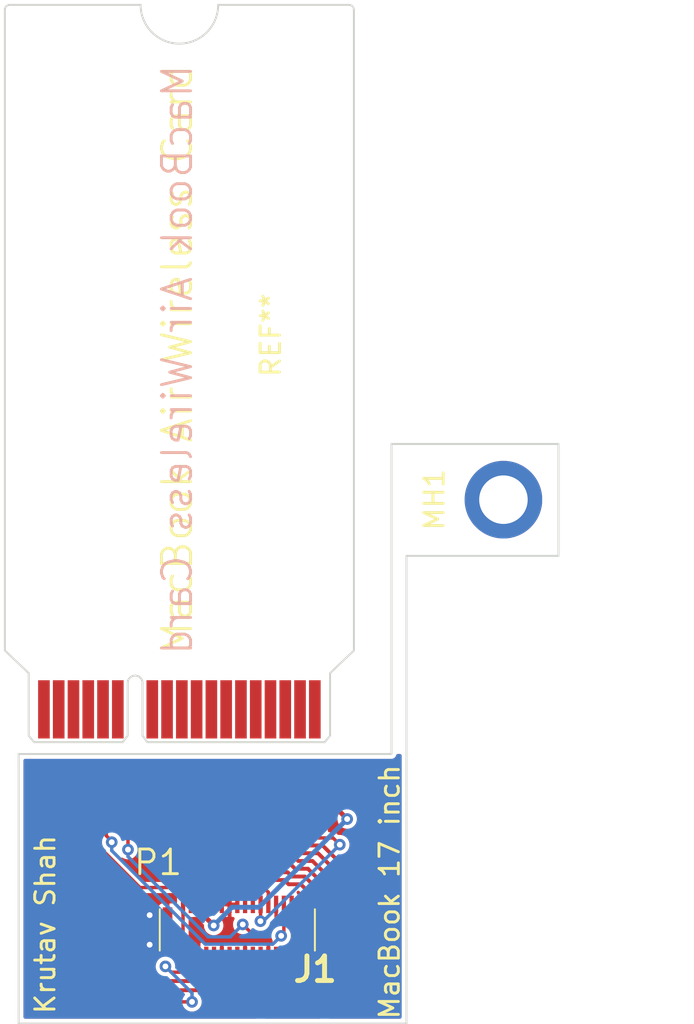
<source format=kicad_pcb>
(kicad_pcb (version 20171130) (host pcbnew "(5.1.6)-1")

  (general
    (thickness 1.6)
    (drawings 14)
    (tracks 149)
    (zones 0)
    (modules 4)
    (nets 18)
  )

  (page A4)
  (layers
    (0 F.Cu signal)
    (31 B.Cu signal)
    (32 B.Adhes user)
    (33 F.Adhes user)
    (34 B.Paste user)
    (35 F.Paste user)
    (36 B.SilkS user)
    (37 F.SilkS user)
    (38 B.Mask user)
    (39 F.Mask user)
    (40 Dwgs.User user)
    (41 Cmts.User user)
    (42 Eco1.User user)
    (43 Eco2.User user)
    (44 Edge.Cuts user)
    (45 Margin user)
    (46 B.CrtYd user)
    (47 F.CrtYd user)
    (48 B.Fab user)
    (49 F.Fab user)
  )

  (setup
    (last_trace_width 0.25)
    (user_trace_width 0.175)
    (user_trace_width 0.2)
    (trace_clearance 0.2)
    (zone_clearance 0.2)
    (zone_45_only no)
    (trace_min 0.175)
    (via_size 0.8)
    (via_drill 0.4)
    (via_min_size 0.4)
    (via_min_drill 0.3)
    (user_via 0.6 0.3)
    (uvia_size 0.3)
    (uvia_drill 0.1)
    (uvias_allowed no)
    (uvia_min_size 0.2)
    (uvia_min_drill 0.1)
    (edge_width 0.1)
    (segment_width 0.2)
    (pcb_text_width 0.3)
    (pcb_text_size 1.5 1.5)
    (mod_edge_width 0.15)
    (mod_text_size 1 1)
    (mod_text_width 0.15)
    (pad_size 4 4)
    (pad_drill 2.5)
    (pad_to_mask_clearance 0)
    (aux_axis_origin 0 0)
    (visible_elements 7FFFFFFF)
    (pcbplotparams
      (layerselection 0x010fc_ffffffff)
      (usegerberextensions false)
      (usegerberattributes true)
      (usegerberadvancedattributes true)
      (creategerberjobfile true)
      (excludeedgelayer true)
      (linewidth 0.100000)
      (plotframeref false)
      (viasonmask false)
      (mode 1)
      (useauxorigin false)
      (hpglpennumber 1)
      (hpglpenspeed 20)
      (hpglpendiameter 15.000000)
      (psnegative false)
      (psa4output false)
      (plotreference true)
      (plotvalue true)
      (plotinvisibletext false)
      (padsonsilk false)
      (subtractmaskfromsilk false)
      (outputformat 1)
      (mirror false)
      (drillshape 1)
      (scaleselection 1)
      (outputdirectory ""))
  )

  (net 0 "")
  (net 1 GND)
  (net 2 PCIE_AP_D2R_P)
  (net 3 AP_RESET_CONN_L)
  (net 4 PCIE_AP_D2R_N)
  (net 5 AP_PCIE_WAKE_L)
  (net 6 AP_CLKREQ_Q_L)
  (net 7 PCIE_CLK100M_AP_P)
  (net 8 WIFI_EVENT_L)
  (net 9 PCIE_CLK100M_AP_N)
  (net 10 "Net-(J1-Pad12)")
  (net 11 "Net-(J1-Pad14)")
  (net 12 PCIE_AP_R2D_P)
  (net 13 PCIE_AP_R2D_N)
  (net 14 USB_BT_P)
  (net 15 PP3V3_WLAN)
  (net 16 USB_BT_N)
  (net 17 PP3V3_S3_BT_F)

  (net_class Default "This is the default net class."
    (clearance 0.2)
    (trace_width 0.25)
    (via_dia 0.8)
    (via_drill 0.4)
    (uvia_dia 0.3)
    (uvia_drill 0.1)
    (add_net AP_CLKREQ_Q_L)
    (add_net AP_PCIE_WAKE_L)
    (add_net AP_RESET_CONN_L)
    (add_net GND)
    (add_net "Net-(J1-Pad12)")
    (add_net "Net-(J1-Pad14)")
    (add_net PCIE_AP_D2R_N)
    (add_net PCIE_AP_D2R_P)
    (add_net PCIE_AP_R2D_N)
    (add_net PCIE_AP_R2D_P)
    (add_net PCIE_CLK100M_AP_N)
    (add_net PCIE_CLK100M_AP_P)
    (add_net PP3V3_S3_BT_F)
    (add_net PP3V3_WLAN)
    (add_net USB_BT_N)
    (add_net USB_BT_P)
    (add_net WIFI_EVENT_L)
  )

  (module 5017450301 (layer F.Cu) (tedit 60398764) (tstamp 6039D5EE)
    (at 111.2774 95.4278)
    (descr 501745-0301)
    (tags Connector)
    (path /6022214E)
    (attr smd)
    (fp_text reference J1 (at 4.0132 1.778) (layer F.SilkS)
      (effects (font (size 1.27 1.27) (thickness 0.254)))
    )
    (fp_text value 501745-0301 (at 0 0) (layer F.SilkS) hide
      (effects (font (size 1.27 1.27) (thickness 0.254)))
    )
    (fp_line (start -4 -1.319) (end -4 0.811) (layer F.SilkS) (width 0.1))
    (fp_line (start 4 -1.319) (end 4 0.811) (layer F.SilkS) (width 0.1))
    (fp_line (start 5 2.511) (end 5 -3.019) (layer F.CrtYd) (width 0.1))
    (fp_line (start -5 2.511) (end 5 2.511) (layer F.CrtYd) (width 0.1))
    (fp_line (start -5 -3.019) (end -5 2.511) (layer F.CrtYd) (width 0.1))
    (fp_line (start 5 -3.019) (end -5 -3.019) (layer F.CrtYd) (width 0.1))
    (fp_line (start 4 0.811) (end 4 -1.319) (layer F.Fab) (width 0.2))
    (fp_line (start -4 0.811) (end 4 0.811) (layer F.Fab) (width 0.2))
    (fp_line (start -4 -1.319) (end -4 0.811) (layer F.Fab) (width 0.2))
    (fp_line (start 4 -1.319) (end -4 -1.319) (layer F.Fab) (width 0.2))
    (fp_text user %R (at 0 -0.254) (layer F.Fab)
      (effects (font (size 1.27 1.27) (thickness 0.254)))
    )
    (pad 1 smd rect (at 2.8 1.061) (size 0.22 0.9) (layers F.Cu F.Paste F.Mask)
      (net 1 GND))
    (pad 2 smd rect (at 2.8 -1.569) (size 0.22 0.9) (layers F.Cu F.Paste F.Mask)
      (net 1 GND))
    (pad 3 smd rect (at 2.4 1.061) (size 0.22 0.9) (layers F.Cu F.Paste F.Mask)
      (net 2 PCIE_AP_D2R_P))
    (pad 4 smd rect (at 2.4 -1.569) (size 0.22 0.9) (layers F.Cu F.Paste F.Mask)
      (net 3 AP_RESET_CONN_L))
    (pad 5 smd rect (at 2 1.061) (size 0.22 0.9) (layers F.Cu F.Paste F.Mask)
      (net 4 PCIE_AP_D2R_N))
    (pad 6 smd rect (at 2 -1.569) (size 0.22 0.9) (layers F.Cu F.Paste F.Mask)
      (net 5 AP_PCIE_WAKE_L))
    (pad 7 smd rect (at 1.6 1.061) (size 0.22 0.9) (layers F.Cu F.Paste F.Mask)
      (net 1 GND))
    (pad 8 smd rect (at 1.6 -1.569) (size 0.22 0.9) (layers F.Cu F.Paste F.Mask)
      (net 6 AP_CLKREQ_Q_L))
    (pad 9 smd rect (at 1.2 1.061) (size 0.22 0.9) (layers F.Cu F.Paste F.Mask)
      (net 7 PCIE_CLK100M_AP_P))
    (pad 10 smd rect (at 1.2 -1.569) (size 0.22 0.9) (layers F.Cu F.Paste F.Mask)
      (net 8 WIFI_EVENT_L))
    (pad 11 smd rect (at 0.8 1.061) (size 0.22 0.9) (layers F.Cu F.Paste F.Mask)
      (net 9 PCIE_CLK100M_AP_N))
    (pad 12 smd rect (at 0.8 -1.569) (size 0.22 0.9) (layers F.Cu F.Paste F.Mask)
      (net 10 "Net-(J1-Pad12)"))
    (pad 13 smd rect (at 0.4 1.061) (size 0.22 0.9) (layers F.Cu F.Paste F.Mask)
      (net 1 GND))
    (pad 14 smd rect (at 0.4 -1.569) (size 0.22 0.9) (layers F.Cu F.Paste F.Mask)
      (net 11 "Net-(J1-Pad14)"))
    (pad 15 smd rect (at 0 1.061) (size 0.22 0.9) (layers F.Cu F.Paste F.Mask)
      (net 12 PCIE_AP_R2D_P))
    (pad 16 smd rect (at 0 -1.569) (size 0.22 0.9) (layers F.Cu F.Paste F.Mask)
      (net 1 GND))
    (pad 17 smd rect (at -0.4 1.061) (size 0.22 0.9) (layers F.Cu F.Paste F.Mask)
      (net 13 PCIE_AP_R2D_N))
    (pad 18 smd rect (at -0.4 -1.569) (size 0.22 0.9) (layers F.Cu F.Paste F.Mask)
      (net 1 GND))
    (pad 19 smd rect (at -0.8 1.061) (size 0.22 0.9) (layers F.Cu F.Paste F.Mask)
      (net 1 GND))
    (pad 20 smd rect (at -0.8 -1.569) (size 0.22 0.9) (layers F.Cu F.Paste F.Mask)
      (net 1 GND))
    (pad 21 smd rect (at -1.2 1.061) (size 0.22 0.9) (layers F.Cu F.Paste F.Mask)
      (net 14 USB_BT_P))
    (pad 22 smd rect (at -1.2 -1.569) (size 0.22 0.9) (layers F.Cu F.Paste F.Mask)
      (net 15 PP3V3_WLAN))
    (pad 23 smd rect (at -1.6 1.061) (size 0.22 0.9) (layers F.Cu F.Paste F.Mask)
      (net 16 USB_BT_N))
    (pad 24 smd rect (at -1.6 -1.569) (size 0.22 0.9) (layers F.Cu F.Paste F.Mask)
      (net 15 PP3V3_WLAN))
    (pad 25 smd rect (at -2 1.061) (size 0.22 0.9) (layers F.Cu F.Paste F.Mask)
      (net 1 GND))
    (pad 26 smd rect (at -2 -1.569) (size 0.22 0.9) (layers F.Cu F.Paste F.Mask)
      (net 15 PP3V3_WLAN))
    (pad 27 smd rect (at -2.4 1.061) (size 0.22 0.9) (layers F.Cu F.Paste F.Mask)
      (net 17 PP3V3_S3_BT_F))
    (pad 28 smd rect (at -2.4 -1.569) (size 0.22 0.9) (layers F.Cu F.Paste F.Mask)
      (net 15 PP3V3_WLAN))
    (pad 29 smd rect (at -2.8 1.061) (size 0.22 0.9) (layers F.Cu F.Paste F.Mask)
      (net 15 PP3V3_WLAN))
    (pad 30 smd rect (at -2.8 -1.569) (size 0.22 0.9) (layers F.Cu F.Paste F.Mask)
      (net 15 PP3V3_WLAN))
    (pad 31 smd rect (at 3.6 0.486) (size 0.5 0.85) (layers F.Cu F.Paste F.Mask)
      (net 1 GND))
    (pad 32 smd rect (at 3.6 -0.994) (size 0.5 0.85) (layers F.Cu F.Paste F.Mask)
      (net 1 GND))
    (pad 33 smd rect (at -3.6 -0.994) (size 0.5 0.85) (layers F.Cu F.Paste F.Mask)
      (net 1 GND))
    (pad 34 smd rect (at -3.6 0.486) (size 0.5 0.85) (layers F.Cu F.Paste F.Mask)
      (net 1 GND))
    (model "C:\\Users\\Administrator\\Documents\\KiCad Projects\\SamacSys_Parts.3dshapes\\501745-0301.stp"
      (at (xyz 0 0 0))
      (scale (xyz 1 1 1))
      (rotate (xyz 0 0 0))
    )
  )

  (module MountingHole:MountingHole_2.5mm_Pad (layer F.Cu) (tedit 6039CA5E) (tstamp 6039D00F)
    (at 125 72.9996)
    (descr "Mounting Hole 2.5mm")
    (tags "mounting hole 2.5mm")
    (attr virtual)
    (fp_text reference MH1 (at -3.5626 0 90) (layer F.SilkS)
      (effects (font (size 1 1) (thickness 0.15)))
    )
    (fp_text value MountingHole_2.5mm_Pad (at 0 3.5) (layer F.Fab)
      (effects (font (size 1 1) (thickness 0.15)))
    )
    (fp_circle (center 0 0) (end 2.75 0) (layer F.CrtYd) (width 0.05))
    (fp_circle (center 0 0) (end 2.5 0) (layer Cmts.User) (width 0.15))
    (fp_text user %R (at 0.3 0) (layer F.Fab)
      (effects (font (size 1 1) (thickness 0.15)))
    )
    (pad 1 thru_hole circle (at 0 0) (size 4 4) (drill 2.5) (layers *.Cu *.Mask))
  )

  (module "MBPWirelessUpgrade:MacBook Air Wireless Card" (layer F.Cu) (tedit 603965A5) (tstamp 6039E3E5)
    (at 99.2886 47.498)
    (fp_text reference REF** (at 13.708 17.018 90) (layer F.SilkS)
      (effects (font (size 1 1) (thickness 0.15)))
    )
    (fp_text value "MacBook Air Wireless Card" (at 12.708 17.018 90) (layer F.Fab)
      (effects (font (size 1 1) (thickness 0.15)))
    )
    (fp_line (start 7.099 34.952) (end 7.099 37.665) (layer Edge.Cuts) (width 0.1))
    (fp_line (start 6.333 34.952) (end 6.333 37.665) (layer Edge.Cuts) (width 0.1))
    (fp_line (start 7.349 38) (end 7.099 37.665) (layer Edge.Cuts) (width 0.1))
    (fp_line (start 7.349 38) (end 16.493 38) (layer Edge.Cuts) (width 0.1))
    (fp_line (start 6.079 38) (end 6.329 37.665) (layer Edge.Cuts) (width 0.1))
    (fp_line (start 1.507 38) (end 6.079 38) (layer Edge.Cuts) (width 0.1))
    (fp_line (start 16.771 37.665) (end 16.493 38) (layer Edge.Cuts) (width 0.1))
    (fp_line (start 16.771 34.444) (end 16.771 37.665) (layer Edge.Cuts) (width 0.1))
    (fp_line (start 0.254 0) (end 7 0) (layer Edge.Cuts) (width 0.1))
    (fp_line (start 1.229 37.665) (end 1.507 38) (layer Edge.Cuts) (width 0.1))
    (fp_line (start 18 0.254) (end 18 33.274) (layer Edge.Cuts) (width 0.1))
    (fp_line (start 11 0) (end 17.746 0) (layer Edge.Cuts) (width 0.1))
    (fp_line (start 0 0.254) (end 0 33.274) (layer Edge.Cuts) (width 0.1))
    (fp_line (start 16.771 34.444) (end 18 33.274) (layer Edge.Cuts) (width 0.1))
    (fp_line (start 0 33.274) (end 1.229 34.444) (layer Edge.Cuts) (width 0.1))
    (fp_line (start 1.229 34.444) (end 1.229 37.665) (layer Edge.Cuts) (width 0.1))
    (fp_text user "MacBook Air Wireless Card" (at 8.89 18.288 90) (layer B.SilkS)
      (effects (font (size 1.5 1.5) (thickness 0.15)) (justify mirror))
    )
    (fp_text user "MacBook Air Wireless Card" (at 8.89 18.288 90) (layer F.SilkS)
      (effects (font (size 1.5 1.5) (thickness 0.15)))
    )
    (fp_arc (start 6.718 34.952) (end 6.333 34.952) (angle 180) (layer Edge.Cuts) (width 0.1))
    (fp_arc (start 17.746 0.254) (end 18 0.254) (angle -90) (layer Edge.Cuts) (width 0.1))
    (fp_arc (start 0.254 0.254) (end 0.254 0) (angle -90) (layer Edge.Cuts) (width 0.1))
    (fp_arc (start 9 0) (end 7 0) (angle -180) (layer Edge.Cuts) (width 0.1))
    (pad 1 connect rect (at 15.985 36.3085) (size 0.6 3) (layers F.Cu F.Mask))
    (pad 2 connect rect (at 15.223 36.3085) (size 0.6 3) (layers F.Cu F.Mask))
    (pad 3 connect rect (at 14.461 36.3085) (size 0.6 3) (layers F.Cu F.Mask))
    (pad 4 connect rect (at 13.699 36.3085) (size 0.6 3) (layers F.Cu F.Mask))
    (pad 5 connect rect (at 12.937 36.3085) (size 0.6 3) (layers F.Cu F.Mask))
    (pad 6 connect rect (at 12.175 36.3085) (size 0.6 3) (layers F.Cu F.Mask))
    (pad 7 connect rect (at 11.413 36.3085) (size 0.6 3) (layers F.Cu F.Mask))
    (pad 8 connect rect (at 10.651 36.3085) (size 0.6 3) (layers F.Cu F.Mask))
    (pad 9 connect rect (at 9.889 36.3085) (size 0.6 3) (layers F.Cu F.Mask))
    (pad 10 connect rect (at 9.127 36.3085) (size 0.6 3) (layers F.Cu F.Mask))
    (pad 11 connect rect (at 8.365 36.3085) (size 0.6 3) (layers F.Cu F.Mask))
    (pad 12 connect rect (at 7.603 36.3085) (size 0.6 3) (layers F.Cu F.Mask))
    (pad 13 connect rect (at 5.825 36.3085) (size 0.6 3) (layers F.Cu F.Mask))
    (pad 14 connect rect (at 5.063 36.3085) (size 0.6 3) (layers F.Cu F.Mask))
    (pad 15 connect rect (at 4.301 36.3085) (size 0.6 3) (layers F.Cu F.Mask))
    (pad 16 connect rect (at 3.539 36.3085) (size 0.6 3) (layers F.Cu F.Mask))
    (pad 17 connect rect (at 2.777 36.3085) (size 0.6 3) (layers F.Cu F.Mask))
    (pad 18 connect rect (at 2.015 36.3085) (size 0.6 3) (layers F.Cu F.Mask))
  )

  (module "" (layer F.Cu) (tedit 6039844E) (tstamp 0)
    (at 108.602 88.6595)
    (fp_text reference P1 (at -1.414 3.0345) (layer F.SilkS)
      (effects (font (size 1.27 1.27) (thickness 0.15)))
    )
    (fp_text value "" (at 0 0) (layer F.SilkS)
      (effects (font (size 1.27 1.27) (thickness 0.15)))
    )
    (pad 3 connect rect (at 5.317 -0.0135) (size 0.6 3) (layers F.Cu F.Mask)
      (net 1 GND))
    (pad 15 connect rect (at -4.843 -0.0135) (size 0.6 3) (layers F.Cu F.Mask)
      (net 6 AP_CLKREQ_Q_L))
    (pad 16 connect rect (at -5.605 -0.0135) (size 0.6 3) (layers F.Cu F.Mask)
      (net 16 USB_BT_N))
    (pad 5 connect rect (at 3.793 -0.0135) (size 0.6 3) (layers F.Cu F.Mask)
      (net 12 PCIE_AP_R2D_P))
    (pad 18 connect rect (at -7.129 -0.0135) (size 0.6 3) (layers F.Cu F.Mask)
      (net 17 PP3V3_S3_BT_F))
    (pad 12 connect rect (at -1.541 -0.0135) (size 0.6 3) (layers F.Cu F.Mask)
      (net 1 GND))
    (pad 9 connect rect (at 0.745 -0.0135) (size 0.6 3) (layers F.Cu F.Mask)
      (net 1 GND))
    (pad 1 connect rect (at 6.841 -0.0135) (size 0.6 3) (layers F.Cu F.Mask)
      (net 15 PP3V3_WLAN))
    (pad 14 connect rect (at -4.081 -0.0135) (size 0.6 3) (layers F.Cu F.Mask)
      (net 3 AP_RESET_CONN_L))
    (pad 10 connect rect (at -0.017 -0.0135) (size 0.6 3) (layers F.Cu F.Mask)
      (net 4 PCIE_AP_D2R_N))
    (pad 11 connect rect (at -0.779 -0.0135) (size 0.6 3) (layers F.Cu F.Mask)
      (net 2 PCIE_AP_D2R_P))
    (pad 6 connect rect (at 3.031 -0.0135) (size 0.6 3) (layers F.Cu F.Mask)
      (net 1 GND))
    (pad 8 connect rect (at 1.507 -0.0135) (size 0.6 3) (layers F.Cu F.Mask)
      (net 7 PCIE_CLK100M_AP_P))
    (pad 13 connect rect (at -3.319 -0.0135) (size 0.6 3) (layers F.Cu F.Mask)
      (net 5 AP_PCIE_WAKE_L))
    (pad 4 connect rect (at 4.555 -0.0135) (size 0.6 3) (layers F.Cu F.Mask)
      (net 13 PCIE_AP_R2D_N))
    (pad 17 connect rect (at -6.367 -0.0135) (size 0.6 3) (layers F.Cu F.Mask)
      (net 14 USB_BT_P))
    (pad 7 connect rect (at 2.269 -0.0135) (size 0.6 3) (layers F.Cu F.Mask)
      (net 9 PCIE_CLK100M_AP_N))
    (pad 2 connect rect (at 6.079 -0.0135) (size 0.6 3) (layers F.Cu F.Mask)
      (net 8 WIFI_EVENT_L))
  )

  (gr_line (start 119.2276 86.106) (end 119.2276 70.1294) (layer Edge.Cuts) (width 0.1) (tstamp 6039F9F7))
  (gr_text "MacBook 17 inch" (at 119.126 93.218 90) (layer F.SilkS) (tstamp 6039F948)
    (effects (font (size 1 1) (thickness 0.15)))
  )
  (gr_line (start 118.1 90.92) (end 104.5 90.92) (layer Dwgs.User) (width 0.1) (tstamp 6039C6D4))
  (gr_line (start 118.1 99.15) (end 118.1 90.92) (layer Dwgs.User) (width 0.1) (tstamp 6039C285))
  (gr_line (start 127.8382 70.1294) (end 119.2276 70.1294) (layer Edge.Cuts) (width 0.1) (tstamp 6039D09C))
  (gr_line (start 127.8382 75.8952) (end 127.8382 70.1294) (layer Edge.Cuts) (width 0.1) (tstamp 6039D09C))
  (gr_line (start 104.5 99.15) (end 104.5 90.92) (layer Dwgs.User) (width 0.1) (tstamp 6039C383))
  (gr_line (start 100 99.15) (end 120 99.15) (layer Dwgs.User) (width 0.1))
  (gr_line (start 100 100) (end 100 86.106) (layer Edge.Cuts) (width 0.1) (tstamp 6039C06C))
  (gr_text "Krutav Shah" (at 101.3714 94.8944 90) (layer F.SilkS)
    (effects (font (size 1 1) (thickness 0.15)))
  )
  (gr_line (start 120 100) (end 120 75.8952) (layer Edge.Cuts) (width 0.1))
  (gr_line (start 120 100) (end 100 100) (layer Edge.Cuts) (width 0.1))
  (gr_line (start 120 75.8952) (end 127.8382 75.8952) (layer Edge.Cuts) (width 0.1))
  (gr_line (start 100 86.106) (end 119.2276 86.106) (layer Edge.Cuts) (width 0.1))

  (segment (start 114.8774 94.4338) (end 114.8774 95.9138) (width 0.25) (layer F.Cu) (net 1))
  (via (at 106.7562 94.4118) (size 0.6) (drill 0.3) (layers F.Cu B.Cu) (net 1))
  (via (at 106.7562 95.9358) (size 0.6) (drill 0.3) (layers F.Cu B.Cu) (net 1))
  (segment (start 113.6774 96.7616) (end 113.674901 96.764099) (width 0.175) (layer F.Cu) (net 2))
  (segment (start 113.6774 96.4888) (end 113.6774 96.7616) (width 0.175) (layer F.Cu) (net 2))
  (segment (start 113.6774 97.2472) (end 113.8682 97.438) (width 0.175) (layer F.Cu) (net 2))
  (segment (start 113.6774 96.4888) (end 113.6774 97.2472) (width 0.175) (layer F.Cu) (net 2))
  (segment (start 115.5228 93.7938) (end 115.5228 96.4522) (width 0.2) (layer F.Cu) (net 2))
  (segment (start 113.704864 92.601889) (end 113.924042 92.821067) (width 0.2) (layer F.Cu) (net 2))
  (segment (start 113.924042 92.821067) (end 114.550068 92.821067) (width 0.2) (layer F.Cu) (net 2))
  (segment (start 115.5228 96.4522) (end 114.537 97.438) (width 0.2) (layer F.Cu) (net 2))
  (segment (start 114.550068 92.821067) (end 115.5228 93.7938) (width 0.2) (layer F.Cu) (net 2))
  (segment (start 107.823 88.646) (end 107.823 90.896001) (width 0.2) (layer F.Cu) (net 2))
  (segment (start 114.537 97.438) (end 113.8682 97.438) (width 0.2) (layer F.Cu) (net 2))
  (segment (start 107.823 90.896001) (end 109.528888 92.601889) (width 0.2) (layer F.Cu) (net 2))
  (segment (start 109.528888 92.601889) (end 113.704864 92.601889) (width 0.2) (layer F.Cu) (net 2))
  (via (at 104.8004 90.6526) (size 0.6) (drill 0.3) (layers F.Cu B.Cu) (net 3))
  (segment (start 104.521 90.321) (end 104.8004 90.6004) (width 0.175) (layer F.Cu) (net 3))
  (segment (start 104.8004 90.6004) (end 104.8004 90.6526) (width 0.175) (layer F.Cu) (net 3))
  (segment (start 104.521 88.646) (end 104.521 90.321) (width 0.175) (layer F.Cu) (net 3))
  (via (at 113.538 95.4786) (size 0.6) (drill 0.3) (layers F.Cu B.Cu) (net 3))
  (segment (start 113.6774 95.3392) (end 113.6774 93.8588) (width 0.175) (layer F.Cu) (net 3))
  (segment (start 113.538 95.4786) (end 113.6774 95.3392) (width 0.175) (layer F.Cu) (net 3))
  (segment (start 109.620864 95.907713) (end 113.108887 95.907713) (width 0.175) (layer B.Cu) (net 3))
  (segment (start 113.108887 95.907713) (end 113.538 95.4786) (width 0.175) (layer B.Cu) (net 3))
  (segment (start 104.8004 90.6526) (end 104.8004 91.087249) (width 0.175) (layer B.Cu) (net 3))
  (segment (start 104.8004 91.087249) (end 109.620864 95.907713) (width 0.175) (layer B.Cu) (net 3))
  (segment (start 113.279899 96.491299) (end 113.2774 96.4888) (width 0.175) (layer F.Cu) (net 4))
  (segment (start 113.2774 96.4888) (end 113.2774 97.5294) (width 0.175) (layer F.Cu) (net 4))
  (segment (start 113.636 97.888) (end 113.8682 97.888) (width 0.175) (layer F.Cu) (net 4))
  (segment (start 113.2774 97.5294) (end 113.636 97.888) (width 0.175) (layer F.Cu) (net 4))
  (segment (start 115.935589 93.603889) (end 115.935589 96.675811) (width 0.2) (layer F.Cu) (net 4))
  (segment (start 110.440878 92.201878) (end 113.870553 92.201878) (width 0.2) (layer F.Cu) (net 4))
  (segment (start 114.089731 92.421056) (end 114.752757 92.421056) (width 0.2) (layer F.Cu) (net 4))
  (segment (start 114.752757 92.421056) (end 115.935589 93.603889) (width 0.2) (layer F.Cu) (net 4))
  (segment (start 108.585 90.346) (end 110.440878 92.201878) (width 0.2) (layer F.Cu) (net 4))
  (segment (start 114.7234 97.888) (end 113.8682 97.888) (width 0.2) (layer F.Cu) (net 4))
  (segment (start 115.935589 96.675811) (end 114.7234 97.888) (width 0.2) (layer F.Cu) (net 4))
  (segment (start 113.870553 92.201878) (end 114.089731 92.421056) (width 0.2) (layer F.Cu) (net 4))
  (segment (start 108.585 88.646) (end 108.585 90.346) (width 0.2) (layer F.Cu) (net 4))
  (via (at 105.6386 91.0336) (size 0.6) (drill 0.3) (layers F.Cu B.Cu) (net 5))
  (segment (start 105.6386 91.0336) (end 105.6386 89.0016) (width 0.175) (layer F.Cu) (net 5))
  (segment (start 105.6386 89.0016) (end 105.283 88.646) (width 0.175) (layer F.Cu) (net 5))
  (via (at 111.5568 94.89109) (size 0.6) (drill 0.3) (layers F.Cu B.Cu) (net 5))
  (segment (start 112.749872 95.31023) (end 111.97594 95.31023) (width 0.175) (layer F.Cu) (net 5))
  (segment (start 111.97594 95.31023) (end 111.5568 94.89109) (width 0.175) (layer F.Cu) (net 5))
  (segment (start 113.2774 94.782702) (end 112.749872 95.31023) (width 0.175) (layer F.Cu) (net 5))
  (segment (start 113.2774 93.8588) (end 113.2774 94.782702) (width 0.175) (layer F.Cu) (net 5))
  (segment (start 105.6386 91.0336) (end 105.6386 91.395104) (width 0.175) (layer B.Cu) (net 5))
  (segment (start 109.776198 95.532702) (end 110.915188 95.532702) (width 0.175) (layer B.Cu) (net 5))
  (segment (start 105.6386 91.395104) (end 109.776198 95.532702) (width 0.175) (layer B.Cu) (net 5))
  (segment (start 110.915188 95.532702) (end 111.5568 94.89109) (width 0.175) (layer B.Cu) (net 5))
  (segment (start 112.633 92.9894) (end 112.8774 93.2338) (width 0.175) (layer F.Cu) (net 6))
  (segment (start 103.759 88.646) (end 103.759 90.493219) (width 0.175) (layer F.Cu) (net 6))
  (segment (start 106.255181 92.9894) (end 112.633 92.9894) (width 0.175) (layer F.Cu) (net 6))
  (segment (start 103.759 90.493219) (end 106.255181 92.9894) (width 0.175) (layer F.Cu) (net 6))
  (segment (start 112.8774 93.2338) (end 112.8774 93.8588) (width 0.175) (layer F.Cu) (net 6))
  (segment (start 112.479899 96.491299) (end 112.4774 96.4888) (width 0.175) (layer F.Cu) (net 7))
  (segment (start 112.4774 97.5034) (end 112.4779 97.5039) (width 0.175) (layer F.Cu) (net 7))
  (segment (start 112.4774 96.4888) (end 112.4774 97.5034) (width 0.175) (layer F.Cu) (net 7))
  (segment (start 114.036242 91.801867) (end 114.25542 92.021045) (width 0.2) (layer F.Cu) (net 7))
  (segment (start 110.109 91.301) (end 110.609867 91.801867) (width 0.2) (layer F.Cu) (net 7))
  (segment (start 110.609867 91.801867) (end 114.036242 91.801867) (width 0.2) (layer F.Cu) (net 7))
  (segment (start 114.25542 92.021045) (end 114.918446 92.021045) (width 0.2) (layer F.Cu) (net 7))
  (segment (start 116.3356 96.9348) (end 114.9434 98.327) (width 0.2) (layer F.Cu) (net 7))
  (segment (start 113.301 98.327) (end 112.4779 97.5039) (width 0.2) (layer F.Cu) (net 7))
  (segment (start 114.9434 98.327) (end 113.301 98.327) (width 0.2) (layer F.Cu) (net 7))
  (segment (start 114.918446 92.021045) (end 116.3356 93.4382) (width 0.2) (layer F.Cu) (net 7))
  (segment (start 110.109 88.646) (end 110.109 91.301) (width 0.2) (layer F.Cu) (net 7))
  (segment (start 116.3356 93.4382) (end 116.3356 96.9348) (width 0.2) (layer F.Cu) (net 7))
  (via (at 116.5606 90.7796) (size 0.6) (drill 0.3) (layers F.Cu B.Cu) (net 8))
  (segment (start 116.214501 90.433501) (end 116.5606 90.7796) (width 0.175) (layer F.Cu) (net 8))
  (segment (start 114.912999 90.433501) (end 116.214501 90.433501) (width 0.175) (layer F.Cu) (net 8))
  (segment (start 114.855499 90.376001) (end 114.912999 90.433501) (width 0.175) (layer F.Cu) (net 8))
  (segment (start 114.855499 88.820499) (end 114.855499 90.376001) (width 0.175) (layer F.Cu) (net 8))
  (segment (start 114.681 88.646) (end 114.855499 88.820499) (width 0.175) (layer F.Cu) (net 8))
  (via (at 112.467871 94.722729) (size 0.6) (drill 0.3) (layers F.Cu B.Cu) (net 8))
  (segment (start 112.617471 94.722729) (end 112.467871 94.722729) (width 0.175) (layer B.Cu) (net 8))
  (segment (start 116.5606 90.7796) (end 112.617471 94.722729) (width 0.175) (layer B.Cu) (net 8))
  (segment (start 112.4774 94.7132) (end 112.4774 93.8588) (width 0.175) (layer F.Cu) (net 8))
  (segment (start 112.467871 94.722729) (end 112.4774 94.7132) (width 0.175) (layer F.Cu) (net 8))
  (segment (start 112.079899 96.491299) (end 112.0774 96.4888) (width 0.175) (layer F.Cu) (net 9))
  (segment (start 112.0774 97.7398) (end 112.1597 97.8221) (width 0.175) (layer F.Cu) (net 9))
  (segment (start 112.0774 96.4888) (end 112.0774 97.7398) (width 0.175) (layer F.Cu) (net 9))
  (segment (start 110.871 90.346) (end 111.926856 91.401856) (width 0.2) (layer F.Cu) (net 9))
  (segment (start 116.7856 97.1212) (end 115.1298 98.777) (width 0.2) (layer F.Cu) (net 9))
  (segment (start 115.1298 98.777) (end 113.1146 98.777) (width 0.2) (layer F.Cu) (net 9))
  (segment (start 110.871 88.646) (end 110.871 90.346) (width 0.2) (layer F.Cu) (net 9))
  (segment (start 115.154835 91.621034) (end 116.7856 93.2518) (width 0.2) (layer F.Cu) (net 9))
  (segment (start 116.7856 93.2518) (end 116.7856 97.1212) (width 0.2) (layer F.Cu) (net 9))
  (segment (start 113.1146 98.777) (end 112.1597 97.8221) (width 0.2) (layer F.Cu) (net 9))
  (segment (start 114.201931 91.401856) (end 114.421109 91.621034) (width 0.2) (layer F.Cu) (net 9))
  (segment (start 114.421109 91.621034) (end 115.154835 91.621034) (width 0.2) (layer F.Cu) (net 9))
  (segment (start 111.926856 91.401856) (end 114.201931 91.401856) (width 0.2) (layer F.Cu) (net 9))
  (segment (start 111.2774 97.548) (end 112.9294 99.2) (width 0.175) (layer F.Cu) (net 12))
  (segment (start 111.2774 96.4888) (end 111.2774 97.548) (width 0.175) (layer F.Cu) (net 12))
  (segment (start 115.315 99.2) (end 112.9294 99.2) (width 0.2) (layer F.Cu) (net 12))
  (segment (start 112.395 88.646) (end 112.395 90.412) (width 0.2) (layer F.Cu) (net 12))
  (segment (start 115.439223 91.221023) (end 117.2246 93.0064) (width 0.2) (layer F.Cu) (net 12))
  (segment (start 114.36762 91.001845) (end 114.586798 91.221023) (width 0.2) (layer F.Cu) (net 12))
  (segment (start 117.2246 97.2904) (end 115.315 99.2) (width 0.2) (layer F.Cu) (net 12))
  (segment (start 117.2246 93.0064) (end 117.2246 97.2904) (width 0.2) (layer F.Cu) (net 12))
  (segment (start 114.586798 91.221023) (end 115.439223 91.221023) (width 0.2) (layer F.Cu) (net 12))
  (segment (start 112.984845 91.001845) (end 114.36762 91.001845) (width 0.2) (layer F.Cu) (net 12))
  (segment (start 112.395 90.412) (end 112.984845 91.001845) (width 0.2) (layer F.Cu) (net 12))
  (segment (start 110.8774 97.7844) (end 112.743 99.65) (width 0.175) (layer F.Cu) (net 13))
  (segment (start 110.8774 96.4888) (end 110.8774 97.7844) (width 0.175) (layer F.Cu) (net 13))
  (segment (start 113.157 88.646) (end 113.157 90.346) (width 0.2) (layer F.Cu) (net 13))
  (segment (start 115.5014 99.65) (end 112.743 99.65) (width 0.2) (layer F.Cu) (net 13))
  (segment (start 115.675612 90.821012) (end 117.6746 92.82) (width 0.2) (layer F.Cu) (net 13))
  (segment (start 113.3486 90.5376) (end 114.469075 90.5376) (width 0.2) (layer F.Cu) (net 13))
  (segment (start 117.6746 97.4768) (end 115.5014 99.65) (width 0.2) (layer F.Cu) (net 13))
  (segment (start 117.6746 92.82) (end 117.6746 97.4768) (width 0.2) (layer F.Cu) (net 13))
  (segment (start 114.752487 90.821012) (end 115.675612 90.821012) (width 0.2) (layer F.Cu) (net 13))
  (segment (start 114.469075 90.5376) (end 114.752487 90.821012) (width 0.2) (layer F.Cu) (net 13))
  (segment (start 113.157 90.346) (end 113.3486 90.5376) (width 0.2) (layer F.Cu) (net 13))
  (segment (start 110.0774 98.0128) (end 109.9633 98.1269) (width 0.175) (layer F.Cu) (net 14))
  (segment (start 110.0774 96.4888) (end 110.0774 98.0128) (width 0.175) (layer F.Cu) (net 14))
  (segment (start 102.235 88.646) (end 102.235 93.4346) (width 0.2) (layer F.Cu) (net 14))
  (segment (start 109.808002 98.282198) (end 109.9633 98.1269) (width 0.2) (layer F.Cu) (net 14))
  (segment (start 102.235 93.4346) (end 107.082598 98.282198) (width 0.2) (layer F.Cu) (net 14))
  (segment (start 107.082598 98.282198) (end 109.808002 98.282198) (width 0.2) (layer F.Cu) (net 14))
  (segment (start 108.4774 93.8588) (end 110.0774 93.8588) (width 0.175) (layer F.Cu) (net 15))
  (segment (start 108.4774 96.4888) (end 108.4774 93.8588) (width 0.175) (layer F.Cu) (net 15))
  (segment (start 115.443 88.646) (end 116.1288 88.646) (width 0.25) (layer F.Cu) (net 15))
  (via (at 116.9416 89.4588) (size 0.6) (drill 0.3) (layers F.Cu B.Cu) (net 15))
  (segment (start 116.1288 88.646) (end 116.9416 89.4588) (width 0.25) (layer F.Cu) (net 15))
  (segment (start 116.9416 89.4588) (end 112.395 94.0054) (width 0.25) (layer B.Cu) (net 15))
  (via (at 110.0582 94.9452) (size 0.6) (drill 0.3) (layers F.Cu B.Cu) (net 15))
  (segment (start 110.998 94.0054) (end 110.0582 94.9452) (width 0.25) (layer B.Cu) (net 15))
  (segment (start 112.395 94.0054) (end 110.998 94.0054) (width 0.25) (layer B.Cu) (net 15))
  (segment (start 109.6774 94.5644) (end 109.6774 93.8588) (width 0.25) (layer F.Cu) (net 15))
  (segment (start 110.0582 94.9452) (end 109.6774 94.5644) (width 0.25) (layer F.Cu) (net 15))
  (segment (start 109.6774 97.7764) (end 109.6774 96.4888) (width 0.175) (layer F.Cu) (net 16))
  (segment (start 109.6451 97.8087) (end 109.6774 97.7764) (width 0.175) (layer F.Cu) (net 16))
  (segment (start 102.997 88.646) (end 102.997 93.5602) (width 0.2) (layer F.Cu) (net 16))
  (segment (start 102.997 93.5602) (end 107.2455 97.8087) (width 0.2) (layer F.Cu) (net 16))
  (segment (start 107.2455 97.8087) (end 109.6451 97.8087) (width 0.2) (layer F.Cu) (net 16))
  (segment (start 101.473 88.646) (end 101.473 93.472) (width 0.175) (layer F.Cu) (net 17))
  (segment (start 106.8832 98.8822) (end 108.9406 98.8822) (width 0.175) (layer F.Cu) (net 17))
  (via (at 108.9406 98.8822) (size 0.6) (drill 0.3) (layers F.Cu B.Cu) (net 17))
  (segment (start 101.473 93.472) (end 106.8832 98.8822) (width 0.175) (layer F.Cu) (net 17))
  (via (at 107.569 97.0534) (size 0.6) (drill 0.3) (layers F.Cu B.Cu) (net 17))
  (segment (start 108.9406 98.8822) (end 108.9406 98.425) (width 0.175) (layer B.Cu) (net 17))
  (segment (start 108.9406 98.425) (end 107.569 97.0534) (width 0.175) (layer B.Cu) (net 17))
  (segment (start 108.637801 97.353399) (end 108.8774 97.1138) (width 0.175) (layer F.Cu) (net 17))
  (segment (start 107.868999 97.353399) (end 108.637801 97.353399) (width 0.175) (layer F.Cu) (net 17))
  (segment (start 108.8774 97.1138) (end 108.8774 96.4888) (width 0.175) (layer F.Cu) (net 17))
  (segment (start 107.569 97.0534) (end 107.868999 97.353399) (width 0.175) (layer F.Cu) (net 17))

  (zone (net 1) (net_name GND) (layer B.Cu) (tstamp 0) (hatch edge 0.508)
    (connect_pads (clearance 0.2))
    (min_thickness 0.175)
    (fill yes (arc_segments 32) (thermal_gap 0.2) (thermal_bridge_width 0.2) (smoothing chamfer))
    (polygon
      (pts
        (xy 119.9896 99.9998) (xy 99.9998 99.9998) (xy 99.9998 86.106) (xy 119.9896 86.106)
      )
    )
    (filled_polygon
      (pts
        (xy 119.6625 99.6625) (xy 100.3375 99.6625) (xy 100.3375 96.995536) (xy 106.9815 96.995536) (xy 106.9815 97.111264)
        (xy 107.004077 97.224768) (xy 107.048364 97.331686) (xy 107.112659 97.42791) (xy 107.19449 97.509741) (xy 107.290714 97.574036)
        (xy 107.397632 97.618323) (xy 107.511136 97.6409) (xy 107.626171 97.6409) (xy 108.488609 98.50334) (xy 108.484259 98.50769)
        (xy 108.419964 98.603914) (xy 108.375677 98.710832) (xy 108.3531 98.824336) (xy 108.3531 98.940064) (xy 108.375677 99.053568)
        (xy 108.419964 99.160486) (xy 108.484259 99.25671) (xy 108.56609 99.338541) (xy 108.662314 99.402836) (xy 108.769232 99.447123)
        (xy 108.882736 99.4697) (xy 108.998464 99.4697) (xy 109.111968 99.447123) (xy 109.218886 99.402836) (xy 109.31511 99.338541)
        (xy 109.396941 99.25671) (xy 109.461236 99.160486) (xy 109.505523 99.053568) (xy 109.5281 98.940064) (xy 109.5281 98.824336)
        (xy 109.505523 98.710832) (xy 109.461236 98.603914) (xy 109.396941 98.50769) (xy 109.31713 98.427879) (xy 109.317414 98.424999)
        (xy 109.311166 98.361564) (xy 109.310174 98.351487) (xy 109.288731 98.2808) (xy 109.253909 98.215653) (xy 109.218789 98.172858)
        (xy 109.218786 98.172855) (xy 109.207048 98.158552) (xy 109.192745 98.146814) (xy 108.1565 97.110571) (xy 108.1565 96.995536)
        (xy 108.133923 96.882032) (xy 108.089636 96.775114) (xy 108.025341 96.67889) (xy 107.94351 96.597059) (xy 107.847286 96.532764)
        (xy 107.740368 96.488477) (xy 107.626864 96.4659) (xy 107.511136 96.4659) (xy 107.397632 96.488477) (xy 107.290714 96.532764)
        (xy 107.19449 96.597059) (xy 107.112659 96.67889) (xy 107.048364 96.775114) (xy 107.004077 96.882032) (xy 106.9815 96.995536)
        (xy 100.3375 96.995536) (xy 100.3375 90.594736) (xy 104.2129 90.594736) (xy 104.2129 90.710464) (xy 104.235477 90.823968)
        (xy 104.279764 90.930886) (xy 104.344059 91.02711) (xy 104.425704 91.108755) (xy 104.430827 91.160762) (xy 104.45227 91.231449)
        (xy 104.487092 91.296596) (xy 104.533953 91.353697) (xy 104.548262 91.36544) (xy 109.342673 96.159852) (xy 109.354416 96.174161)
        (xy 109.368723 96.185902) (xy 109.411517 96.221023) (xy 109.455971 96.244783) (xy 109.476664 96.255844) (xy 109.547351 96.277287)
        (xy 109.602445 96.282713) (xy 109.602448 96.282713) (xy 109.620864 96.284527) (xy 109.63928 96.282713) (xy 113.090471 96.282713)
        (xy 113.108887 96.284527) (xy 113.127303 96.282713) (xy 113.127306 96.282713) (xy 113.1824 96.277287) (xy 113.253087 96.255844)
        (xy 113.318234 96.221022) (xy 113.375335 96.174161) (xy 113.387082 96.159847) (xy 113.480829 96.0661) (xy 113.595864 96.0661)
        (xy 113.709368 96.043523) (xy 113.816286 95.999236) (xy 113.91251 95.934941) (xy 113.994341 95.85311) (xy 114.058636 95.756886)
        (xy 114.102923 95.649968) (xy 114.1255 95.536464) (xy 114.1255 95.420736) (xy 114.102923 95.307232) (xy 114.058636 95.200314)
        (xy 113.994341 95.10409) (xy 113.91251 95.022259) (xy 113.816286 94.957964) (xy 113.709368 94.913677) (xy 113.595864 94.8911)
        (xy 113.480136 94.8911) (xy 113.366632 94.913677) (xy 113.259714 94.957964) (xy 113.16349 95.022259) (xy 113.081659 95.10409)
        (xy 113.017364 95.200314) (xy 112.973077 95.307232) (xy 112.9505 95.420736) (xy 112.9505 95.532713) (xy 111.445506 95.532713)
        (xy 111.499629 95.47859) (xy 111.614664 95.47859) (xy 111.728168 95.456013) (xy 111.835086 95.411726) (xy 111.93131 95.347431)
        (xy 112.013141 95.2656) (xy 112.077436 95.169376) (xy 112.079261 95.16497) (xy 112.093361 95.17907) (xy 112.189585 95.243365)
        (xy 112.296503 95.287652) (xy 112.410007 95.310229) (xy 112.525735 95.310229) (xy 112.639239 95.287652) (xy 112.746157 95.243365)
        (xy 112.842381 95.17907) (xy 112.924212 95.097239) (xy 112.988507 95.001015) (xy 113.032794 94.894097) (xy 113.046789 94.82374)
        (xy 116.50343 91.3671) (xy 116.618464 91.3671) (xy 116.731968 91.344523) (xy 116.838886 91.300236) (xy 116.93511 91.235941)
        (xy 117.016941 91.15411) (xy 117.081236 91.057886) (xy 117.125523 90.950968) (xy 117.1481 90.837464) (xy 117.1481 90.721736)
        (xy 117.125523 90.608232) (xy 117.081236 90.501314) (xy 117.016941 90.40509) (xy 116.93511 90.323259) (xy 116.838886 90.258964)
        (xy 116.758214 90.225549) (xy 116.937463 90.0463) (xy 116.999464 90.0463) (xy 117.112968 90.023723) (xy 117.219886 89.979436)
        (xy 117.31611 89.915141) (xy 117.397941 89.83331) (xy 117.462236 89.737086) (xy 117.506523 89.630168) (xy 117.5291 89.516664)
        (xy 117.5291 89.400936) (xy 117.506523 89.287432) (xy 117.462236 89.180514) (xy 117.397941 89.08429) (xy 117.31611 89.002459)
        (xy 117.219886 88.938164) (xy 117.112968 88.893877) (xy 116.999464 88.8713) (xy 116.883736 88.8713) (xy 116.770232 88.893877)
        (xy 116.663314 88.938164) (xy 116.56709 89.002459) (xy 116.485259 89.08429) (xy 116.420964 89.180514) (xy 116.376677 89.287432)
        (xy 116.3541 89.400936) (xy 116.3541 89.462937) (xy 112.224138 93.5929) (xy 111.018246 93.5929) (xy 110.998 93.590906)
        (xy 110.977754 93.5929) (xy 110.977743 93.5929) (xy 110.917136 93.598869) (xy 110.83938 93.622457) (xy 110.806021 93.640287)
        (xy 110.767718 93.66076) (xy 110.720642 93.699395) (xy 110.704908 93.712308) (xy 110.691997 93.72804) (xy 110.062338 94.3577)
        (xy 110.000336 94.3577) (xy 109.886832 94.380277) (xy 109.779914 94.424564) (xy 109.68369 94.488859) (xy 109.601859 94.57069)
        (xy 109.537564 94.666914) (xy 109.509205 94.735379) (xy 106.129786 91.355961) (xy 106.159236 91.311886) (xy 106.203523 91.204968)
        (xy 106.2261 91.091464) (xy 106.2261 90.975736) (xy 106.203523 90.862232) (xy 106.159236 90.755314) (xy 106.094941 90.65909)
        (xy 106.01311 90.577259) (xy 105.916886 90.512964) (xy 105.809968 90.468677) (xy 105.696464 90.4461) (xy 105.580736 90.4461)
        (xy 105.467232 90.468677) (xy 105.370773 90.508632) (xy 105.365323 90.481232) (xy 105.321036 90.374314) (xy 105.256741 90.27809)
        (xy 105.17491 90.196259) (xy 105.078686 90.131964) (xy 104.971768 90.087677) (xy 104.858264 90.0651) (xy 104.742536 90.0651)
        (xy 104.629032 90.087677) (xy 104.522114 90.131964) (xy 104.42589 90.196259) (xy 104.344059 90.27809) (xy 104.279764 90.374314)
        (xy 104.235477 90.481232) (xy 104.2129 90.594736) (xy 100.3375 90.594736) (xy 100.3375 86.4435) (xy 119.211019 86.4435)
        (xy 119.2276 86.445133) (xy 119.244181 86.4435) (xy 119.293762 86.438617) (xy 119.357381 86.419318) (xy 119.416012 86.387979)
        (xy 119.467403 86.345803) (xy 119.509579 86.294412) (xy 119.540918 86.235781) (xy 119.553744 86.1935) (xy 119.662501 86.1935)
      )
    )
  )
  (zone (net 1) (net_name GND) (layer F.Cu) (tstamp 6039DF9F) (hatch edge 0.508)
    (connect_pads (clearance 0.2))
    (min_thickness 0.175)
    (fill yes (arc_segments 32) (thermal_gap 0.2) (thermal_bridge_width 0.2) (smoothing chamfer))
    (polygon
      (pts
        (xy 120.015 99.9998) (xy 100.0252 99.9998) (xy 100.0252 86.106) (xy 120.015 86.106)
      )
    )
    (filled_polygon
      (pts
        (xy 119.6625 99.6625) (xy 116.036907 99.6625) (xy 117.93515 97.764258) (xy 117.949929 97.752129) (xy 117.998353 97.693125)
        (xy 118.034335 97.625807) (xy 118.052559 97.565729) (xy 118.056492 97.552764) (xy 118.063974 97.4768) (xy 118.0621 97.457774)
        (xy 118.0621 92.839026) (xy 118.063974 92.82) (xy 118.056492 92.744036) (xy 118.049771 92.721879) (xy 118.034335 92.670993)
        (xy 117.998353 92.603675) (xy 117.949929 92.544671) (xy 117.935151 92.532543) (xy 116.742689 91.340082) (xy 116.838886 91.300236)
        (xy 116.93511 91.235941) (xy 117.016941 91.15411) (xy 117.081236 91.057886) (xy 117.125523 90.950968) (xy 117.1481 90.837464)
        (xy 117.1481 90.721736) (xy 117.125523 90.608232) (xy 117.081236 90.501314) (xy 117.016941 90.40509) (xy 116.93511 90.323259)
        (xy 116.838886 90.258964) (xy 116.731968 90.214677) (xy 116.618464 90.1921) (xy 116.503429 90.1921) (xy 116.492696 90.181367)
        (xy 116.480949 90.167053) (xy 116.423848 90.120192) (xy 116.358701 90.08537) (xy 116.288014 90.063927) (xy 116.23292 90.058501)
        (xy 116.232917 90.058501) (xy 116.214501 90.056687) (xy 116.196085 90.058501) (xy 116.031891 90.058501) (xy 116.031891 89.132453)
        (xy 116.3541 89.454663) (xy 116.3541 89.516664) (xy 116.376677 89.630168) (xy 116.420964 89.737086) (xy 116.485259 89.83331)
        (xy 116.56709 89.915141) (xy 116.663314 89.979436) (xy 116.770232 90.023723) (xy 116.883736 90.0463) (xy 116.999464 90.0463)
        (xy 117.112968 90.023723) (xy 117.219886 89.979436) (xy 117.31611 89.915141) (xy 117.397941 89.83331) (xy 117.462236 89.737086)
        (xy 117.506523 89.630168) (xy 117.5291 89.516664) (xy 117.5291 89.400936) (xy 117.506523 89.287432) (xy 117.462236 89.180514)
        (xy 117.397941 89.08429) (xy 117.31611 89.002459) (xy 117.219886 88.938164) (xy 117.112968 88.893877) (xy 116.999464 88.8713)
        (xy 116.937463 88.8713) (xy 116.434807 88.368645) (xy 116.421892 88.352908) (xy 116.359081 88.30136) (xy 116.28742 88.263057)
        (xy 116.209664 88.239469) (xy 116.149057 88.2335) (xy 116.149046 88.2335) (xy 116.1288 88.231506) (xy 116.108554 88.2335)
        (xy 116.031891 88.2335) (xy 116.031891 87.146) (xy 116.02634 87.08964) (xy 116.0099 87.035446) (xy 115.983204 86.985501)
        (xy 115.947277 86.941723) (xy 115.903499 86.905796) (xy 115.853554 86.8791) (xy 115.79936 86.86266) (xy 115.743 86.857109)
        (xy 115.143 86.857109) (xy 115.08664 86.86266) (xy 115.062 86.870135) (xy 115.03736 86.86266) (xy 114.981 86.857109)
        (xy 114.381 86.857109) (xy 114.32464 86.86266) (xy 114.3 86.870135) (xy 114.27536 86.86266) (xy 114.219 86.857109)
        (xy 114.003375 86.8585) (xy 113.9315 86.930375) (xy 113.9315 88.6335) (xy 113.9515 88.6335) (xy 113.9515 88.6585)
        (xy 113.9315 88.6585) (xy 113.9315 88.6785) (xy 113.9065 88.6785) (xy 113.9065 88.6585) (xy 113.8865 88.6585)
        (xy 113.8865 88.6335) (xy 113.9065 88.6335) (xy 113.9065 86.930375) (xy 113.834625 86.8585) (xy 113.619 86.857109)
        (xy 113.56264 86.86266) (xy 113.538 86.870135) (xy 113.51336 86.86266) (xy 113.457 86.857109) (xy 112.857 86.857109)
        (xy 112.80064 86.86266) (xy 112.776 86.870135) (xy 112.75136 86.86266) (xy 112.695 86.857109) (xy 112.095 86.857109)
        (xy 112.03864 86.86266) (xy 112.014 86.870135) (xy 111.98936 86.86266) (xy 111.933 86.857109) (xy 111.717375 86.8585)
        (xy 111.6455 86.930375) (xy 111.6455 88.6335) (xy 111.6655 88.6335) (xy 111.6655 88.6585) (xy 111.6455 88.6585)
        (xy 111.6455 90.361625) (xy 111.717375 90.4335) (xy 111.933 90.434891) (xy 111.98936 90.42934) (xy 112.006812 90.424046)
        (xy 112.013108 90.487963) (xy 112.030618 90.545684) (xy 112.035266 90.561007) (xy 112.071248 90.628325) (xy 112.119672 90.687329)
        (xy 112.134451 90.699458) (xy 112.449348 91.014356) (xy 112.087364 91.014356) (xy 111.506777 90.43377) (xy 111.548625 90.4335)
        (xy 111.6205 90.361625) (xy 111.6205 88.6585) (xy 111.6005 88.6585) (xy 111.6005 88.6335) (xy 111.6205 88.6335)
        (xy 111.6205 86.930375) (xy 111.548625 86.8585) (xy 111.333 86.857109) (xy 111.27664 86.86266) (xy 111.252 86.870135)
        (xy 111.22736 86.86266) (xy 111.171 86.857109) (xy 110.571 86.857109) (xy 110.51464 86.86266) (xy 110.49 86.870135)
        (xy 110.46536 86.86266) (xy 110.409 86.857109) (xy 109.809 86.857109) (xy 109.75264 86.86266) (xy 109.728 86.870135)
        (xy 109.70336 86.86266) (xy 109.647 86.857109) (xy 109.431375 86.8585) (xy 109.3595 86.930375) (xy 109.3595 88.6335)
        (xy 109.3795 88.6335) (xy 109.3795 88.6585) (xy 109.3595 88.6585) (xy 109.3595 90.361625) (xy 109.431375 90.4335)
        (xy 109.647 90.434891) (xy 109.70336 90.42934) (xy 109.721501 90.423837) (xy 109.721501 90.934493) (xy 109.220777 90.43377)
        (xy 109.262625 90.4335) (xy 109.3345 90.361625) (xy 109.3345 88.6585) (xy 109.3145 88.6585) (xy 109.3145 88.6335)
        (xy 109.3345 88.6335) (xy 109.3345 86.930375) (xy 109.262625 86.8585) (xy 109.047 86.857109) (xy 108.99064 86.86266)
        (xy 108.966 86.870135) (xy 108.94136 86.86266) (xy 108.885 86.857109) (xy 108.285 86.857109) (xy 108.22864 86.86266)
        (xy 108.204 86.870135) (xy 108.17936 86.86266) (xy 108.123 86.857109) (xy 107.523 86.857109) (xy 107.46664 86.86266)
        (xy 107.442 86.870135) (xy 107.41736 86.86266) (xy 107.361 86.857109) (xy 107.145375 86.8585) (xy 107.0735 86.930375)
        (xy 107.0735 88.6335) (xy 107.0935 88.6335) (xy 107.0935 88.6585) (xy 107.0735 88.6585) (xy 107.0735 90.361625)
        (xy 107.145375 90.4335) (xy 107.361 90.434891) (xy 107.41736 90.42934) (xy 107.435501 90.423837) (xy 107.435501 90.876965)
        (xy 107.433626 90.896001) (xy 107.441108 90.971964) (xy 107.457837 91.02711) (xy 107.463266 91.045008) (xy 107.499248 91.112326)
        (xy 107.547672 91.17133) (xy 107.562451 91.183459) (xy 108.993391 92.6144) (xy 106.410511 92.6144) (xy 105.330275 91.534165)
        (xy 105.360314 91.554236) (xy 105.467232 91.598523) (xy 105.580736 91.6211) (xy 105.696464 91.6211) (xy 105.809968 91.598523)
        (xy 105.916886 91.554236) (xy 106.01311 91.489941) (xy 106.094941 91.40811) (xy 106.159236 91.311886) (xy 106.203523 91.204968)
        (xy 106.2261 91.091464) (xy 106.2261 90.975736) (xy 106.203523 90.862232) (xy 106.159236 90.755314) (xy 106.094941 90.65909)
        (xy 106.0136 90.577749) (xy 106.0136 90.146) (xy 106.472109 90.146) (xy 106.47766 90.20236) (xy 106.4941 90.256554)
        (xy 106.520796 90.306499) (xy 106.556723 90.350277) (xy 106.600501 90.386204) (xy 106.650446 90.4129) (xy 106.70464 90.42934)
        (xy 106.761 90.434891) (xy 106.976625 90.4335) (xy 107.0485 90.361625) (xy 107.0485 88.6585) (xy 106.545375 88.6585)
        (xy 106.4735 88.730375) (xy 106.472109 90.146) (xy 106.0136 90.146) (xy 106.0136 89.020015) (xy 106.015414 89.001599)
        (xy 106.0136 88.983181) (xy 106.008174 88.928087) (xy 105.986731 88.8574) (xy 105.951909 88.792253) (xy 105.950224 88.7902)
        (xy 105.916789 88.749458) (xy 105.916786 88.749455) (xy 105.905048 88.735152) (xy 105.890744 88.723413) (xy 105.871891 88.70456)
        (xy 105.871891 87.146) (xy 106.472109 87.146) (xy 106.4735 88.561625) (xy 106.545375 88.6335) (xy 107.0485 88.6335)
        (xy 107.0485 86.930375) (xy 106.976625 86.8585) (xy 106.761 86.857109) (xy 106.70464 86.86266) (xy 106.650446 86.8791)
        (xy 106.600501 86.905796) (xy 106.556723 86.941723) (xy 106.520796 86.985501) (xy 106.4941 87.035446) (xy 106.47766 87.08964)
        (xy 106.472109 87.146) (xy 105.871891 87.146) (xy 105.86634 87.08964) (xy 105.8499 87.035446) (xy 105.823204 86.985501)
        (xy 105.787277 86.941723) (xy 105.743499 86.905796) (xy 105.693554 86.8791) (xy 105.63936 86.86266) (xy 105.583 86.857109)
        (xy 104.983 86.857109) (xy 104.92664 86.86266) (xy 104.902 86.870135) (xy 104.87736 86.86266) (xy 104.821 86.857109)
        (xy 104.221 86.857109) (xy 104.16464 86.86266) (xy 104.14 86.870135) (xy 104.11536 86.86266) (xy 104.059 86.857109)
        (xy 103.459 86.857109) (xy 103.40264 86.86266) (xy 103.378 86.870135) (xy 103.35336 86.86266) (xy 103.297 86.857109)
        (xy 102.697 86.857109) (xy 102.64064 86.86266) (xy 102.616 86.870135) (xy 102.59136 86.86266) (xy 102.535 86.857109)
        (xy 101.935 86.857109) (xy 101.87864 86.86266) (xy 101.854 86.870135) (xy 101.82936 86.86266) (xy 101.773 86.857109)
        (xy 101.173 86.857109) (xy 101.11664 86.86266) (xy 101.062446 86.8791) (xy 101.012501 86.905796) (xy 100.968723 86.941723)
        (xy 100.932796 86.985501) (xy 100.9061 87.035446) (xy 100.88966 87.08964) (xy 100.884109 87.146) (xy 100.884109 90.146)
        (xy 100.88966 90.20236) (xy 100.9061 90.256554) (xy 100.932796 90.306499) (xy 100.968723 90.350277) (xy 101.012501 90.386204)
        (xy 101.062446 90.4129) (xy 101.098 90.423686) (xy 101.098001 93.453574) (xy 101.096186 93.472) (xy 101.101616 93.527129)
        (xy 101.103427 93.545513) (xy 101.123455 93.611535) (xy 101.12487 93.6162) (xy 101.158893 93.679852) (xy 101.159692 93.681347)
        (xy 101.206553 93.738448) (xy 101.220862 93.750191) (xy 106.605009 99.134339) (xy 106.616752 99.148648) (xy 106.673853 99.195509)
        (xy 106.739 99.230331) (xy 106.809687 99.251774) (xy 106.864781 99.2572) (xy 106.864783 99.2572) (xy 106.883199 99.259014)
        (xy 106.901615 99.2572) (xy 108.484749 99.2572) (xy 108.56609 99.338541) (xy 108.662314 99.402836) (xy 108.769232 99.447123)
        (xy 108.882736 99.4697) (xy 108.998464 99.4697) (xy 109.111968 99.447123) (xy 109.218886 99.402836) (xy 109.31511 99.338541)
        (xy 109.396941 99.25671) (xy 109.461236 99.160486) (xy 109.505523 99.053568) (xy 109.5281 98.940064) (xy 109.5281 98.824336)
        (xy 109.505523 98.710832) (xy 109.488485 98.669698) (xy 109.788976 98.669698) (xy 109.808002 98.671572) (xy 109.827028 98.669698)
        (xy 109.883965 98.66409) (xy 109.957009 98.641933) (xy 110.024327 98.605951) (xy 110.083331 98.557527) (xy 110.095464 98.542743)
        (xy 110.250757 98.38745) (xy 110.287052 98.343224) (xy 110.298245 98.322284) (xy 110.329534 98.290995) (xy 110.343848 98.279248)
        (xy 110.390709 98.222147) (xy 110.425531 98.157) (xy 110.446974 98.086313) (xy 110.4524 98.031219) (xy 110.4524 98.031216)
        (xy 110.454214 98.0128) (xy 110.4524 97.994384) (xy 110.4524 97.166925) (xy 110.4649 97.154425) (xy 110.4649 97.014411)
        (xy 110.47074 96.99516) (xy 110.476291 96.9388) (xy 110.476291 96.0388) (xy 110.47074 95.98244) (xy 110.4649 95.963189)
        (xy 110.4649 95.823175) (xy 110.393025 95.7513) (xy 110.3674 95.749909) (xy 110.31104 95.75546) (xy 110.2774 95.765665)
        (xy 110.24376 95.75546) (xy 110.1874 95.749909) (xy 109.9674 95.749909) (xy 109.91104 95.75546) (xy 109.8774 95.765665)
        (xy 109.84376 95.75546) (xy 109.7874 95.749909) (xy 109.5674 95.749909) (xy 109.51104 95.75546) (xy 109.4774 95.765665)
        (xy 109.44376 95.75546) (xy 109.3874 95.749909) (xy 109.361775 95.7513) (xy 109.2899 95.823175) (xy 109.2899 95.963189)
        (xy 109.28406 95.98244) (xy 109.278509 96.0388) (xy 109.278509 96.9388) (xy 109.28406 96.99516) (xy 109.2899 97.014411)
        (xy 109.2899 97.154425) (xy 109.3024 97.166925) (xy 109.3024 97.4212) (xy 109.100329 97.4212) (xy 109.129535 97.391994)
        (xy 109.143848 97.380248) (xy 109.190709 97.323147) (xy 109.225531 97.258) (xy 109.246974 97.187313) (xy 109.248609 97.170716)
        (xy 109.2649 97.154425) (xy 109.2649 97.014411) (xy 109.27074 96.99516) (xy 109.276291 96.9388) (xy 109.276291 96.0388)
        (xy 109.27074 95.98244) (xy 109.2649 95.963189) (xy 109.2649 95.823175) (xy 109.193025 95.7513) (xy 109.1674 95.749909)
        (xy 109.11104 95.75546) (xy 109.0774 95.765665) (xy 109.04376 95.75546) (xy 108.9874 95.749909) (xy 108.8524 95.749909)
        (xy 108.8524 94.597691) (xy 108.9874 94.597691) (xy 109.04376 94.59214) (xy 109.0774 94.581935) (xy 109.11104 94.59214)
        (xy 109.1674 94.597691) (xy 109.266184 94.597691) (xy 109.270869 94.645263) (xy 109.294457 94.723019) (xy 109.299054 94.731619)
        (xy 109.33276 94.794681) (xy 109.36206 94.830382) (xy 109.384308 94.857492) (xy 109.400045 94.870407) (xy 109.4707 94.941062)
        (xy 109.4707 95.003064) (xy 109.493277 95.116568) (xy 109.537564 95.223486) (xy 109.601859 95.31971) (xy 109.68369 95.401541)
        (xy 109.779914 95.465836) (xy 109.886832 95.510123) (xy 110.000336 95.5327) (xy 110.116064 95.5327) (xy 110.229568 95.510123)
        (xy 110.336486 95.465836) (xy 110.43271 95.401541) (xy 110.514541 95.31971) (xy 110.578836 95.223486) (xy 110.623123 95.116568)
        (xy 110.6457 95.003064) (xy 110.6457 94.887336) (xy 110.623123 94.773832) (xy 110.578836 94.666914) (xy 110.514541 94.57069)
        (xy 110.489902 94.546051) (xy 110.489902 94.524427) (xy 110.561775 94.5963) (xy 110.5874 94.597691) (xy 110.64376 94.59214)
        (xy 110.6774 94.581935) (xy 110.71104 94.59214) (xy 110.7674 94.597691) (xy 110.793025 94.5963) (xy 110.8649 94.524425)
        (xy 110.8649 94.384411) (xy 110.87074 94.36516) (xy 110.876291 94.3088) (xy 110.8749 93.943175) (xy 110.8649 93.933175)
        (xy 110.8649 93.8713) (xy 110.4899 93.8713) (xy 110.4899 93.8913) (xy 110.476291 93.8913) (xy 110.476291 93.8263)
        (xy 110.4899 93.8263) (xy 110.4899 93.8463) (xy 110.8649 93.8463) (xy 110.8649 93.8263) (xy 110.8899 93.8263)
        (xy 110.8899 93.8463) (xy 111.2649 93.8463) (xy 111.2649 93.8263) (xy 111.278509 93.8263) (xy 111.278509 93.8913)
        (xy 111.2649 93.8913) (xy 111.2649 93.8713) (xy 110.8899 93.8713) (xy 110.8899 93.933175) (xy 110.8799 93.943175)
        (xy 110.878509 94.3088) (xy 110.88406 94.36516) (xy 110.8899 94.384411) (xy 110.8899 94.524425) (xy 110.961775 94.5963)
        (xy 110.9874 94.597691) (xy 111.04376 94.59214) (xy 111.05155 94.589777) (xy 111.036164 94.612804) (xy 110.991877 94.719722)
        (xy 110.9693 94.833226) (xy 110.9693 94.948954) (xy 110.991877 95.062458) (xy 111.036164 95.169376) (xy 111.100459 95.2656)
        (xy 111.18229 95.347431) (xy 111.278514 95.411726) (xy 111.385432 95.456013) (xy 111.498936 95.47859) (xy 111.61397 95.47859)
        (xy 111.697749 95.562369) (xy 111.709492 95.576678) (xy 111.739706 95.601473) (xy 111.766592 95.623539) (xy 111.831738 95.65836)
        (xy 111.83174 95.658361) (xy 111.902427 95.679804) (xy 111.957521 95.68523) (xy 111.957523 95.68523) (xy 111.975939 95.687044)
        (xy 111.994355 95.68523) (xy 112.731456 95.68523) (xy 112.749872 95.687044) (xy 112.768288 95.68523) (xy 112.768291 95.68523)
        (xy 112.823385 95.679804) (xy 112.894072 95.658361) (xy 112.959219 95.623539) (xy 112.966613 95.617471) (xy 112.973077 95.649968)
        (xy 113.015626 95.752689) (xy 112.9874 95.749909) (xy 112.961775 95.7513) (xy 112.8899 95.823175) (xy 112.8899 95.963189)
        (xy 112.88406 95.98244) (xy 112.878509 96.0388) (xy 112.878509 96.9388) (xy 112.88406 96.99516) (xy 112.8899 97.014411)
        (xy 112.8899 97.154425) (xy 112.902401 97.166926) (xy 112.902401 97.380394) (xy 112.8524 97.330393) (xy 112.8524 97.166925)
        (xy 112.8649 97.154425) (xy 112.8649 97.014411) (xy 112.87074 96.99516) (xy 112.876291 96.9388) (xy 112.876291 96.0388)
        (xy 112.87074 95.98244) (xy 112.8649 95.963189) (xy 112.8649 95.823175) (xy 112.793025 95.7513) (xy 112.7674 95.749909)
        (xy 112.71104 95.75546) (xy 112.6774 95.765665) (xy 112.64376 95.75546) (xy 112.5874 95.749909) (xy 112.3674 95.749909)
        (xy 112.31104 95.75546) (xy 112.2774 95.765665) (xy 112.24376 95.75546) (xy 112.1874 95.749909) (xy 111.9674 95.749909)
        (xy 111.91104 95.75546) (xy 111.8774 95.765665) (xy 111.84376 95.75546) (xy 111.7874 95.749909) (xy 111.761775 95.7513)
        (xy 111.6899 95.823175) (xy 111.6899 95.963189) (xy 111.68406 95.98244) (xy 111.678509 96.0388) (xy 111.678509 96.9388)
        (xy 111.68406 96.99516) (xy 111.6899 97.014411) (xy 111.6899 97.154425) (xy 111.702401 97.166926) (xy 111.702401 97.442672)
        (xy 111.6524 97.392671) (xy 111.6524 97.166925) (xy 111.6649 97.154425) (xy 111.6649 97.014411) (xy 111.67074 96.99516)
        (xy 111.676291 96.9388) (xy 111.676291 96.0388) (xy 111.67074 95.98244) (xy 111.6649 95.963189) (xy 111.6649 95.823175)
        (xy 111.593025 95.7513) (xy 111.5674 95.749909) (xy 111.51104 95.75546) (xy 111.4774 95.765665) (xy 111.44376 95.75546)
        (xy 111.3874 95.749909) (xy 111.1674 95.749909) (xy 111.11104 95.75546) (xy 111.0774 95.765665) (xy 111.04376 95.75546)
        (xy 110.9874 95.749909) (xy 110.7674 95.749909) (xy 110.71104 95.75546) (xy 110.6774 95.765665) (xy 110.64376 95.75546)
        (xy 110.5874 95.749909) (xy 110.561775 95.7513) (xy 110.4899 95.823175) (xy 110.4899 95.963189) (xy 110.48406 95.98244)
        (xy 110.478509 96.0388) (xy 110.478509 96.9388) (xy 110.48406 96.99516) (xy 110.4899 97.014411) (xy 110.4899 97.154425)
        (xy 110.502401 97.166926) (xy 110.502401 97.765974) (xy 110.500586 97.7844) (xy 110.507039 97.849912) (xy 110.507827 97.857913)
        (xy 110.527408 97.922463) (xy 110.52927 97.9286) (xy 110.559816 97.985747) (xy 110.564092 97.993747) (xy 110.610953 98.050848)
        (xy 110.625262 98.062591) (xy 112.22517 99.6625) (xy 100.3375 99.6625) (xy 100.3375 86.4435) (xy 119.211019 86.4435)
        (xy 119.2276 86.445133) (xy 119.244181 86.4435) (xy 119.293762 86.438617) (xy 119.357381 86.419318) (xy 119.416012 86.387979)
        (xy 119.467403 86.345803) (xy 119.509579 86.294412) (xy 119.540918 86.235781) (xy 119.553744 86.1935) (xy 119.662501 86.1935)
      )
    )
    (filled_polygon
      (pts
        (xy 103.386558 90.5376) (xy 103.389427 90.566732) (xy 103.405572 90.619953) (xy 103.41087 90.637419) (xy 103.445691 90.702565)
        (xy 103.452174 90.710464) (xy 103.492553 90.759667) (xy 103.506862 90.77141) (xy 105.97699 93.241539) (xy 105.988733 93.255848)
        (xy 106.020268 93.281728) (xy 106.045834 93.302709) (xy 106.094198 93.32856) (xy 106.110981 93.337531) (xy 106.181668 93.358974)
        (xy 106.236762 93.3644) (xy 106.236764 93.3644) (xy 106.25518 93.366214) (xy 106.273596 93.3644) (xy 108.082882 93.3644)
        (xy 108.078509 93.4088) (xy 108.078509 93.763577) (xy 108.037954 93.7419) (xy 107.98376 93.72546) (xy 107.9274 93.719909)
        (xy 107.761775 93.7213) (xy 107.6899 93.793175) (xy 107.6899 94.4213) (xy 107.7099 94.4213) (xy 107.7099 94.4463)
        (xy 107.6899 94.4463) (xy 107.6899 95.074425) (xy 107.761775 95.1463) (xy 107.9274 95.147691) (xy 107.98376 95.14214)
        (xy 108.037954 95.1257) (xy 108.087899 95.099004) (xy 108.102401 95.087103) (xy 108.1024 95.260497) (xy 108.087899 95.248596)
        (xy 108.037954 95.2219) (xy 107.98376 95.20546) (xy 107.9274 95.199909) (xy 107.761775 95.2013) (xy 107.6899 95.273175)
        (xy 107.6899 95.9013) (xy 107.7099 95.9013) (xy 107.7099 95.9263) (xy 107.6899 95.9263) (xy 107.6899 95.9463)
        (xy 107.6649 95.9463) (xy 107.6649 95.9263) (xy 107.211775 95.9263) (xy 107.1399 95.998175) (xy 107.138509 96.3388)
        (xy 107.14406 96.39516) (xy 107.1605 96.449354) (xy 107.187196 96.499299) (xy 107.223123 96.543077) (xy 107.24653 96.562287)
        (xy 107.19449 96.597059) (xy 107.112659 96.67889) (xy 107.048364 96.775114) (xy 107.004077 96.882032) (xy 106.9815 96.995536)
        (xy 106.9815 96.996692) (xy 105.473608 95.4888) (xy 107.138509 95.4888) (xy 107.1399 95.829425) (xy 107.211775 95.9013)
        (xy 107.6649 95.9013) (xy 107.6649 95.273175) (xy 107.593025 95.2013) (xy 107.4274 95.199909) (xy 107.37104 95.20546)
        (xy 107.316846 95.2219) (xy 107.266901 95.248596) (xy 107.223123 95.284523) (xy 107.187196 95.328301) (xy 107.1605 95.378246)
        (xy 107.14406 95.43244) (xy 107.138509 95.4888) (xy 105.473608 95.4888) (xy 104.843608 94.8588) (xy 107.138509 94.8588)
        (xy 107.14406 94.91516) (xy 107.1605 94.969354) (xy 107.187196 95.019299) (xy 107.223123 95.063077) (xy 107.266901 95.099004)
        (xy 107.316846 95.1257) (xy 107.37104 95.14214) (xy 107.4274 95.147691) (xy 107.593025 95.1463) (xy 107.6649 95.074425)
        (xy 107.6649 94.4463) (xy 107.211775 94.4463) (xy 107.1399 94.518175) (xy 107.138509 94.8588) (xy 104.843608 94.8588)
        (xy 103.993608 94.0088) (xy 107.138509 94.0088) (xy 107.1399 94.349425) (xy 107.211775 94.4213) (xy 107.6649 94.4213)
        (xy 107.6649 93.793175) (xy 107.593025 93.7213) (xy 107.4274 93.719909) (xy 107.37104 93.72546) (xy 107.316846 93.7419)
        (xy 107.266901 93.768596) (xy 107.223123 93.804523) (xy 107.187196 93.848301) (xy 107.1605 93.898246) (xy 107.14406 93.95244)
        (xy 107.138509 94.0088) (xy 103.993608 94.0088) (xy 103.3845 93.399693) (xy 103.3845 90.516711)
      )
    )
    (filled_polygon
      (pts
        (xy 114.932034 93.751041) (xy 114.8899 93.793175) (xy 114.8899 94.4213) (xy 114.9099 94.4213) (xy 114.9099 94.4463)
        (xy 114.8899 94.4463) (xy 114.8899 95.074425) (xy 114.961775 95.1463) (xy 115.1274 95.147691) (xy 115.135301 95.146913)
        (xy 115.135301 95.200687) (xy 115.1274 95.199909) (xy 114.961775 95.2013) (xy 114.8899 95.273175) (xy 114.8899 95.9013)
        (xy 114.9099 95.9013) (xy 114.9099 95.9263) (xy 114.8899 95.9263) (xy 114.8899 95.9463) (xy 114.8649 95.9463)
        (xy 114.8649 95.9263) (xy 114.8449 95.9263) (xy 114.8449 95.9013) (xy 114.8649 95.9013) (xy 114.8649 95.273175)
        (xy 114.793025 95.2013) (xy 114.6274 95.199909) (xy 114.57104 95.20546) (xy 114.516846 95.2219) (xy 114.466901 95.248596)
        (xy 114.423123 95.284523) (xy 114.387196 95.328301) (xy 114.3605 95.378246) (xy 114.34406 95.43244) (xy 114.338509 95.4888)
        (xy 114.339756 95.794244) (xy 114.297954 95.7719) (xy 114.24376 95.75546) (xy 114.1874 95.749909) (xy 114.161775 95.7513)
        (xy 114.0899 95.823175) (xy 114.0899 96.4763) (xy 114.1099 96.4763) (xy 114.1099 96.5013) (xy 114.0899 96.5013)
        (xy 114.0899 96.5213) (xy 114.076291 96.5213) (xy 114.076291 96.0388) (xy 114.07074 95.98244) (xy 114.0649 95.963189)
        (xy 114.0649 95.823175) (xy 114.034593 95.792868) (xy 114.058636 95.756886) (xy 114.102923 95.649968) (xy 114.1255 95.536464)
        (xy 114.1255 95.420736) (xy 114.102923 95.307232) (xy 114.058636 95.200314) (xy 114.0524 95.190981) (xy 114.0524 94.536925)
        (xy 114.0649 94.524425) (xy 114.0649 94.384411) (xy 114.07074 94.36516) (xy 114.076291 94.3088) (xy 114.076291 93.8263)
        (xy 114.0899 93.8263) (xy 114.0899 93.8463) (xy 114.1099 93.8463) (xy 114.1099 93.8713) (xy 114.0899 93.8713)
        (xy 114.0899 94.524425) (xy 114.161775 94.5963) (xy 114.1874 94.597691) (xy 114.24376 94.59214) (xy 114.297954 94.5757)
        (xy 114.339756 94.553356) (xy 114.338509 94.8588) (xy 114.34406 94.91516) (xy 114.3605 94.969354) (xy 114.387196 95.019299)
        (xy 114.423123 95.063077) (xy 114.466901 95.099004) (xy 114.516846 95.1257) (xy 114.57104 95.14214) (xy 114.6274 95.147691)
        (xy 114.793025 95.1463) (xy 114.8649 95.074425) (xy 114.8649 94.4463) (xy 114.8449 94.4463) (xy 114.8449 94.4213)
        (xy 114.8649 94.4213) (xy 114.8649 93.793175) (xy 114.793025 93.7213) (xy 114.6274 93.719909) (xy 114.57104 93.72546)
        (xy 114.516846 93.7419) (xy 114.474939 93.7643) (xy 114.476291 93.4088) (xy 114.47074 93.35244) (xy 114.4543 93.298246)
        (xy 114.427604 93.248301) (xy 114.419867 93.238873)
      )
    )
  )
)

</source>
